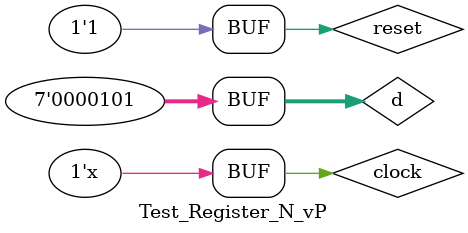
<source format=sv>
module Test_Register_N_vP();

	logic [7-1:0] d;
	
	logic clock;
	logic reset;
	
	logic [7-1:0] q;

	
	Register_N_vP #(7) register(d, clock, reset, q);

	initial
	begin		
		clock=0; reset=0; d=7'd1;	#10;
					reset=1;				#10;
		
		d=7'd2; #10;
		d=7'd3; #10;
		d=7'd4; #10;
		d=7'd5; #10;
		
		reset=0; #10
		reset=1; #10		
		
		d=7'd1; #10;
		d=7'd2; #10;
		d=7'd3; #10;
		d=7'd4; #10;
		d=7'd5; #10;		
	end
	
	always #5 clock = ~clock;//#10 = un ciclo

endmodule

</source>
